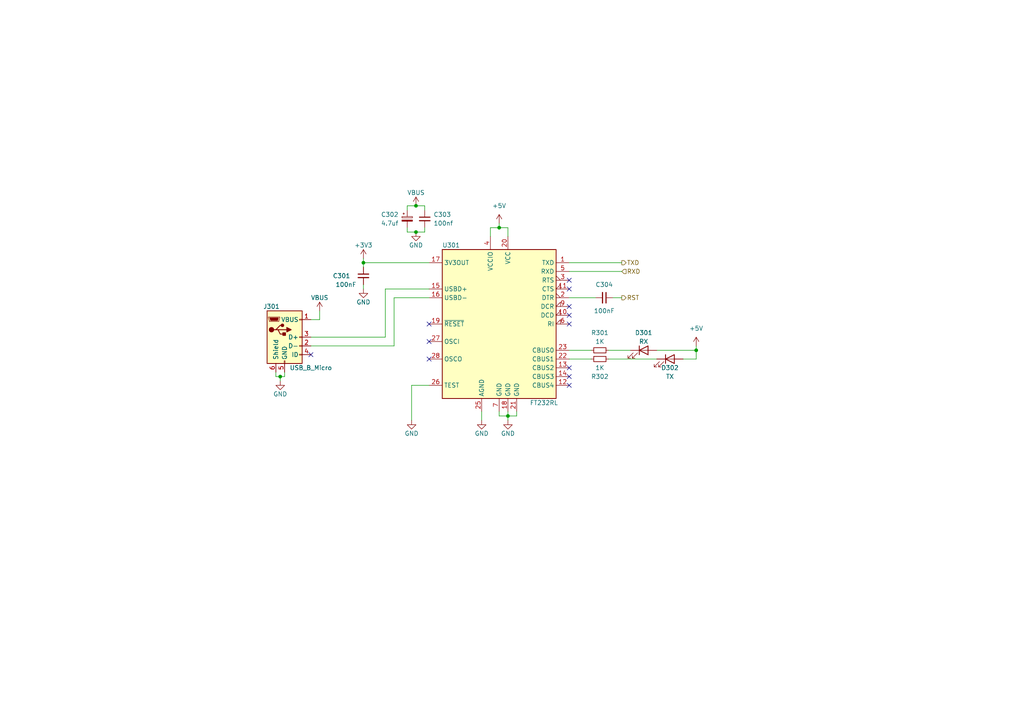
<source format=kicad_sch>
(kicad_sch (version 20211123) (generator eeschema)
  (paper "A4")
  (lib_symbols
    (symbol "Connector:USB_B_Micro" (pin_names (offset 1.016))
      (property "Reference" "J" (at -5.08 11.43 0))
      (property "Value" "USB_B_Micro" (at -5.08 8.89 0))
      (symbol "USB_B_Micro_0_1"
        (rectangle (start -5.08 -7.62) (end 5.08 7.62) (stroke (width 0.254)) (fill (type background)))
        (circle (center -3.81 2.159) (radius 0.635) (stroke (width 0.254)) (fill (type outline)))
        (circle (center -0.635 3.429) (radius 0.381) (stroke (width 0.254)) (fill (type outline)))
        (rectangle (start -0.127 -7.62) (end 0.127 -6.858))
        (polyline (pts (xy -1.905 2.159) (xy 0.635 2.159)) (stroke (width 0.254)))
        (polyline (pts (xy -3.175 2.159) (xy -2.54 2.159) (xy -1.27 3.429) (xy -0.635 3.429)) (stroke (width 0.254)))
        (polyline (pts (xy -2.54 2.159) (xy -1.905 2.159) (xy -1.27 0.889) (xy 0 0.889)) (stroke (width 0.254)))
        (polyline (pts (xy 0.635 2.794) (xy 0.635 1.524) (xy 1.905 2.159) (xy 0.635 2.794)) (stroke (width 0.254)) (fill (type outline)))
        (polyline (pts (xy -4.318 5.588) (xy -1.778 5.588) (xy -2.032 4.826) (xy -4.064 4.826) (xy -4.318 5.588)) (fill (type outline)))
        (polyline (pts (xy -4.699 5.842) (xy -4.699 5.588) (xy -4.445 4.826) (xy -4.445 4.572) (xy -1.651 4.572) (xy -1.651 4.826) (xy -1.397 5.588) (xy -1.397 5.842) (xy -4.699 5.842)))
        (rectangle (start 0.254 1.27) (end -0.508 0.508) (stroke (width 0.254)) (fill (type outline)))
        (rectangle (start 5.08 -5.207) (end 4.318 -4.953))
        (rectangle (start 5.08 -2.667) (end 4.318 -2.413))
        (rectangle (start 5.08 -0.127) (end 4.318 0.127))
        (rectangle (start 5.08 4.953) (end 4.318 5.207))
      )
      (symbol "USB_B_Micro_1_1"
        (pin power_out line (at 7.62 5.08 180) (length 2.54) (name "VBUS") (number "1"))
        (pin bidirectional line (at 7.62 -2.54 180) (length 2.54) (name "D-") (number "2"))
        (pin bidirectional line (at 7.62 0 180) (length 2.54) (name "D+") (number "3"))
        (pin passive line (at 7.62 -5.08 180) (length 2.54) (name "ID") (number "4"))
        (pin power_out line (at 0 -10.16 90) (length 2.54) (name "GND") (number "5"))
        (pin passive line (at -2.54 -10.16 90) (length 2.54) (name "Shield") (number "6"))
      )
    )
    (symbol "Device:C_Polarized_Small" (pin_numbers hide) (pin_names (offset 0.254) hide)
      (property "Reference" "C" (at 0.254 1.778 0))
      (property "Value" "C_Polarized_Small" (at 0.254 -2.032 0))
      (symbol "C_Polarized_Small_0_1"
        (rectangle (start -1.524 -0.3048) (end 1.524 -0.6858) (fill (type outline)))
        (rectangle (start -1.524 0.6858) (end 1.524 0.3048))
        (polyline (pts (xy -1.27 1.524) (xy -0.762 1.524)))
        (polyline (pts (xy -1.016 1.27) (xy -1.016 1.778)))
      )
      (symbol "C_Polarized_Small_1_1"
        (pin passive line (at 0 2.54 270) (length 1.8542) (name "~") (number "1"))
        (pin passive line (at 0 -2.54 90) (length 1.8542) (name "~") (number "2"))
      )
    )
    (symbol "Device:C_Small" (pin_numbers hide) (pin_names (offset 0.254) hide)
      (property "Reference" "C" (at 0.254 1.778 0))
      (property "Value" "C_Small" (at 0.254 -2.032 0))
      (symbol "C_Small_0_1"
        (polyline (pts (xy -1.524 -0.508) (xy 1.524 -0.508)) (stroke (width 0.3302)))
        (polyline (pts (xy -1.524 0.508) (xy 1.524 0.508)) (stroke (width 0.3048)))
      )
      (symbol "C_Small_1_1"
        (pin passive line (at 0 2.54 270) (length 2.032) (name "~") (number "1"))
        (pin passive line (at 0 -2.54 90) (length 2.032) (name "~") (number "2"))
      )
    )
    (symbol "Device:LED" (pin_numbers hide) (pin_names (offset 1.016) hide)
      (property "Reference" "D" (at 0 2.54 0))
      (property "Value" "LED" (at 0 -2.54 0))
      (symbol "LED_0_1"
        (polyline (pts (xy -1.27 -1.27) (xy -1.27 1.27)) (stroke (width 0.254)))
        (polyline (pts (xy -1.27 0) (xy 1.27 0)))
        (polyline (pts (xy 1.27 -1.27) (xy 1.27 1.27) (xy -1.27 0) (xy 1.27 -1.27)) (stroke (width 0.254)))
        (polyline (pts (xy -3.048 -0.762) (xy -4.572 -2.286) (xy -3.81 -2.286) (xy -4.572 -2.286) (xy -4.572 -1.524)))
        (polyline (pts (xy -1.778 -0.762) (xy -3.302 -2.286) (xy -2.54 -2.286) (xy -3.302 -2.286) (xy -3.302 -1.524)))
      )
      (symbol "LED_1_1"
        (pin passive line (at -3.81 0 0) (length 2.54) (name "K") (number "1"))
        (pin passive line (at 3.81 0 180) (length 2.54) (name "A") (number "2"))
      )
    )
    (symbol "Device:R_Small" (pin_numbers hide) (pin_names (offset 0.254) hide)
      (property "Reference" "R" (at 0.762 0.508 0))
      (property "Value" "R_Small" (at 0.762 -1.016 0))
      (symbol "R_Small_0_1"
        (rectangle (start -0.762 1.778) (end 0.762 -1.778) (stroke (width 0.2032)))
      )
      (symbol "R_Small_1_1"
        (pin passive line (at 0 2.54 270) (length 0.762) (name "~") (number "1"))
        (pin passive line (at 0 -2.54 90) (length 0.762) (name "~") (number "2"))
      )
    )
    (symbol "Interface_USB:FT232RL"
      (property "Reference" "U" (at -16.51 22.86 0))
      (property "Value" "FT232RL" (at 10.16 22.86 0))
      (symbol "FT232RL_0_1"
        (rectangle (start -16.51 21.59) (end 16.51 -21.59) (stroke (width 0.254)) (fill (type background)))
      )
      (symbol "FT232RL_1_1"
        (pin output line (at 20.32 17.78 180) (length 3.81) (name "TXD") (number "1"))
        (pin input input_low (at 20.32 2.54 180) (length 3.81) (name "DCD") (number "10"))
        (pin input input_low (at 20.32 10.16 180) (length 3.81) (name "CTS") (number "11"))
        (pin bidirectional line (at 20.32 -17.78 180) (length 3.81) (name "CBUS4") (number "12"))
        (pin bidirectional line (at 20.32 -12.7 180) (length 3.81) (name "CBUS2") (number "13"))
        (pin bidirectional line (at 20.32 -15.24 180) (length 3.81) (name "CBUS3") (number "14"))
        (pin bidirectional line (at -20.32 10.16 0) (length 3.81) (name "USBD+") (number "15"))
        (pin bidirectional line (at -20.32 7.62 0) (length 3.81) (name "USBD-") (number "16"))
        (pin power_out line (at -20.32 17.78 0) (length 3.81) (name "3V3OUT") (number "17"))
        (pin power_in line (at 2.54 -25.4 90) (length 3.81) (name "GND") (number "18"))
        (pin input line (at -20.32 0 0) (length 3.81) (name "~{RESET}") (number "19"))
        (pin output output_low (at 20.32 7.62 180) (length 3.81) (name "DTR") (number "2"))
        (pin power_in line (at 2.54 25.4 270) (length 3.81) (name "VCC") (number "20"))
        (pin power_in line (at 5.08 -25.4 90) (length 3.81) (name "GND") (number "21"))
        (pin bidirectional line (at 20.32 -10.16 180) (length 3.81) (name "CBUS1") (number "22"))
        (pin bidirectional line (at 20.32 -7.62 180) (length 3.81) (name "CBUS0") (number "23"))
        (pin power_in line (at -5.08 -25.4 90) (length 3.81) (name "AGND") (number "25"))
        (pin input line (at -20.32 -17.78 0) (length 3.81) (name "TEST") (number "26"))
        (pin input line (at -20.32 -5.08 0) (length 3.81) (name "OSCI") (number "27"))
        (pin output line (at -20.32 -10.16 0) (length 3.81) (name "OSCO") (number "28"))
        (pin output output_low (at 20.32 12.7 180) (length 3.81) (name "RTS") (number "3"))
        (pin power_in line (at -2.54 25.4 270) (length 3.81) (name "VCCIO") (number "4"))
        (pin input line (at 20.32 15.24 180) (length 3.81) (name "RXD") (number "5"))
        (pin input input_low (at 20.32 0 180) (length 3.81) (name "RI") (number "6"))
        (pin power_in line (at 0 -25.4 90) (length 3.81) (name "GND") (number "7"))
        (pin input input_low (at 20.32 5.08 180) (length 3.81) (name "DCR") (number "9"))
      )
    )
    (symbol "power:+3.3V" (power) (pin_names (offset 0))
      (property "Value" "+3.3V" (at 0 3.556 0))
      (symbol "+3.3V_0_1"
        (polyline (pts (xy -0.762 1.27) (xy 0 2.54)))
        (polyline (pts (xy 0 0) (xy 0 2.54)))
        (polyline (pts (xy 0 2.54) (xy 0.762 1.27)))
      )
      (symbol "+3.3V_1_1"
        (pin power_in line (at 0 0 90) (length 0) hide (name "+3V3") (number "1"))
      )
    )
    (symbol "power:+5V" (power) (pin_names (offset 0))
      (property "Value" "+5V" (at 0 3.556 0))
      (symbol "+5V_0_1"
        (polyline (pts (xy -0.762 1.27) (xy 0 2.54)))
        (polyline (pts (xy 0 0) (xy 0 2.54)))
        (polyline (pts (xy 0 2.54) (xy 0.762 1.27)))
      )
      (symbol "+5V_1_1"
        (pin power_in line (at 0 0 90) (length 0) hide (name "+5V") (number "1"))
      )
    )
    (symbol "power:GND" (power) (pin_names (offset 0))
      (property "Value" "GND" (at 0 -3.81 0))
      (symbol "GND_0_1"
        (polyline (pts (xy 0 0) (xy 0 -1.27) (xy 1.27 -1.27) (xy 0 -2.54) (xy -1.27 -1.27) (xy 0 -1.27)))
      )
      (symbol "GND_1_1"
        (pin power_in line (at 0 0 270) (length 0) hide (name "GND") (number "1"))
      )
    )
    (symbol "power:VBUS" (power) (pin_names (offset 0))
      (property "Value" "VBUS" (at 0 3.81 0))
      (symbol "VBUS_0_1"
        (polyline (pts (xy -0.762 1.27) (xy 0 2.54)))
        (polyline (pts (xy 0 0) (xy 0 2.54)))
        (polyline (pts (xy 0 2.54) (xy 0.762 1.27)))
      )
      (symbol "VBUS_1_1"
        (pin power_in line (at 0 0 90) (length 0) hide (name "VBUS") (number "1"))
      )
    )
  )
  (junction (at 105.41 76.2))
  (junction (at 81.28 109.22))
  (junction (at 120.65 59.69))
  (junction (at 201.93 101.6))
  (junction (at 147.32 120.65))
  (junction (at 120.65 67.31))
  (junction (at 144.78 66.04))
  (no_connect (at 90.17 102.87))
  (no_connect (at 124.46 104.14))
  (no_connect (at 124.46 93.98))
  (no_connect (at 165.1 106.68))
  (no_connect (at 165.1 83.82))
  (no_connect (at 165.1 93.98))
  (no_connect (at 165.1 81.28))
  (no_connect (at 165.1 91.44))
  (no_connect (at 165.1 109.22))
  (no_connect (at 165.1 88.9))
  (no_connect (at 165.1 111.76))
  (no_connect (at 124.46 99.06))
  (wire (pts (xy 118.11 59.69) (xy 120.65 59.69)))
  (wire (pts (xy 198.12 104.14) (xy 201.93 104.14)))
  (wire (pts (xy 144.78 66.04) (xy 142.24 66.04)))
  (wire (pts (xy 120.65 59.69) (xy 123.19 59.69)))
  (wire (pts (xy 201.93 104.14) (xy 201.93 101.6)))
  (wire (pts (xy 180.34 86.36) (xy 177.8 86.36)))
  (wire (pts (xy 123.19 67.31) (xy 120.65 67.31)))
  (wire (pts (xy 80.01 109.22) (xy 81.28 109.22)))
  (wire (pts (xy 81.28 109.22) (xy 81.28 110.49)))
  (wire (pts (xy 90.17 92.71) (xy 92.71 92.71)))
  (wire (pts (xy 147.32 120.65) (xy 147.32 121.92)))
  (wire (pts (xy 165.1 104.14) (xy 171.45 104.14)))
  (wire (pts (xy 201.93 101.6) (xy 190.5 101.6)))
  (wire (pts (xy 144.78 66.04) (xy 147.32 66.04)))
  (wire (pts (xy 82.55 107.95) (xy 82.55 109.22)))
  (wire (pts (xy 123.19 59.69) (xy 123.19 60.96)))
  (wire (pts (xy 201.93 100.33) (xy 201.93 101.6)))
  (wire (pts (xy 120.65 67.31) (xy 118.11 67.31)))
  (wire (pts (xy 105.41 82.55) (xy 105.41 83.82)))
  (wire (pts (xy 118.11 59.69) (xy 118.11 60.96)))
  (wire (pts (xy 165.1 101.6) (xy 171.45 101.6)))
  (wire (pts (xy 114.3 100.33) (xy 90.17 100.33)))
  (wire (pts (xy 147.32 119.38) (xy 147.32 120.65)))
  (wire (pts (xy 105.41 76.2) (xy 105.41 74.93)))
  (wire (pts (xy 149.86 119.38) (xy 149.86 120.65)))
  (wire (pts (xy 105.41 76.2) (xy 105.41 77.47)))
  (wire (pts (xy 180.34 78.74) (xy 165.1 78.74)))
  (wire (pts (xy 82.55 109.22) (xy 81.28 109.22)))
  (wire (pts (xy 114.3 86.36) (xy 114.3 100.33)))
  (wire (pts (xy 144.78 64.77) (xy 144.78 66.04)))
  (wire (pts (xy 111.76 83.82) (xy 124.46 83.82)))
  (wire (pts (xy 92.71 92.71) (xy 92.71 90.17)))
  (wire (pts (xy 139.7 119.38) (xy 139.7 121.92)))
  (wire (pts (xy 80.01 107.95) (xy 80.01 109.22)))
  (wire (pts (xy 144.78 120.65) (xy 147.32 120.65)))
  (wire (pts (xy 142.24 66.04) (xy 142.24 68.58)))
  (wire (pts (xy 124.46 86.36) (xy 114.3 86.36)))
  (wire (pts (xy 123.19 66.04) (xy 123.19 67.31)))
  (wire (pts (xy 144.78 119.38) (xy 144.78 120.65)))
  (wire (pts (xy 90.17 97.79) (xy 111.76 97.79)))
  (wire (pts (xy 118.11 67.31) (xy 118.11 66.04)))
  (wire (pts (xy 124.46 111.76) (xy 119.38 111.76)))
  (wire (pts (xy 105.41 76.2) (xy 124.46 76.2)))
  (wire (pts (xy 149.86 120.65) (xy 147.32 120.65)))
  (wire (pts (xy 165.1 86.36) (xy 172.72 86.36)))
  (wire (pts (xy 176.53 104.14) (xy 190.5 104.14)))
  (wire (pts (xy 180.34 76.2) (xy 165.1 76.2)))
  (wire (pts (xy 119.38 111.76) (xy 119.38 121.92)))
  (wire (pts (xy 176.53 101.6) (xy 182.88 101.6)))
  (wire (pts (xy 147.32 66.04) (xy 147.32 68.58)))
  (wire (pts (xy 111.76 97.79) (xy 111.76 83.82)))
  (hierarchical_label "RST" (shape output) (at 180.34 86.36 0))
  (hierarchical_label "TXD" (shape output) (at 180.34 76.2 0))
  (hierarchical_label "RXD" (shape input) (at 180.34 78.74 0))
  (symbol (lib_id "power:GND") (at 147.32 121.92 0) (unit 1)
    (property "Reference" "#PWR0110" (effects hide))
    (property "Value" "GND" (at 147.32 125.73 0))
  )
  (symbol (lib_id "power:+5V") (at 144.78 64.77 0) (unit 1)
    (property "Reference" "#PWR0109" (effects hide))
    (property "Value" "+5V" (at 144.78 59.69 0))
  )
  (symbol (lib_id "power:GND") (at 120.65 67.31 0) (unit 1)
    (property "Reference" "#PWR0119" (effects hide))
    (property "Value" "GND" (at 120.65 71.12 0))
  )
  (symbol (lib_id "power:VBUS") (at 92.71 90.17 0) (unit 1)
    (property "Reference" "#PWR0115" (effects hide))
    (property "Value" "VBUS" (at 92.71 86.36 0))
  )
  (symbol (lib_id "power:+5V") (at 201.93 100.33 0) (unit 1)
    (property "Reference" "#PWR0114" (effects hide))
    (property "Value" "+5V" (at 201.93 95.25 0))
  )
  (symbol (lib_id "Connector:USB_B_Micro") (at 82.55 97.79 0) (unit 1)
    (property "Reference" "J301" (at 78.74 88.9 0))
    (property "Value" "USB_B_Micro" (at 90.17 106.68 0))
    (property "Footprint" "Connector_USB:USB_Micro-AB_Molex_47590-0001" (effects hide))
  )
  (symbol (lib_id "Device:R_Small") (at 173.99 104.14 270) (unit 1)
    (property "Reference" "R302" (at 173.99 109.22 90))
    (property "Value" "1K" (at 173.99 106.68 90))
    (property "Footprint" "Resistor_SMD:R_0805_2012Metric" (effects hide))
  )
  (symbol (lib_id "power:VBUS") (at 120.65 59.69 0) (unit 1)
    (property "Reference" "#PWR0113" (effects hide))
    (property "Value" "VBUS" (at 120.65 55.88 0))
  )
  (symbol (lib_id "Device:C_Small") (at 105.41 80.01 0) (unit 1)
    (property "Reference" "C301" (at 99.06 80.01 0))
    (property "Value" "100nF" (at 100.33 82.55 0))
    (property "Footprint" "Capacitor_SMD:C_0805_2012Metric" (effects hide))
  )
  (symbol (lib_id "Device:LED") (at 194.31 104.14 0) (unit 1)
    (property "Reference" "D302" (at 194.31 106.68 0))
    (property "Value" "TX" (at 194.31 109.22 0))
    (property "Footprint" "LED_SMD:LED_0805_2012Metric" (effects hide))
  )
  (symbol (lib_id "power:GND") (at 105.41 83.82 0) (unit 1)
    (property "Reference" "#PWR0116" (effects hide))
    (property "Value" "GND" (at 105.41 87.63 0))
  )
  (symbol (lib_id "Device:R_Small") (at 173.99 101.6 90) (unit 1)
    (property "Reference" "R301" (at 173.99 96.52 90))
    (property "Value" "1K" (at 173.99 99.06 90))
    (property "Footprint" "Resistor_SMD:R_0805_2012Metric" (effects hide))
  )
  (symbol (lib_id "Interface_USB:FT232RL") (at 144.78 93.98 0) (unit 1)
    (property "Reference" "U301" (at 128.27 71.12 0) (effects (justify left)))
    (property "Value" "FT232RL" (at 153.67 116.84 0) (effects (justify left)))
    (property "Footprint" "Package_SO:SSOP-28_5.3x10.2mm_P0.65mm" (effects hide))
    (property "Datasheet" "https://www.ftdichip.com/Support/Documents/DataSheets/ICs/DS_FT232R.pdf" (effects hide))
  )
  (symbol (lib_id "Device:C_Small") (at 175.26 86.36 270) (unit 1)
    (property "Reference" "C304" (at 175.26 82.55 90))
    (property "Value" "100nF" (at 175.26 90.17 90))
    (property "Footprint" "Capacitor_SMD:C_0805_2012Metric" (effects hide))
  )
  (symbol (lib_id "power:GND") (at 139.7 121.92 0) (unit 1)
    (property "Reference" "#PWR0111" (effects hide))
    (property "Value" "GND" (at 139.7 125.73 0))
  )
  (symbol (lib_id "Device:C_Small") (at 123.19 63.5 0) (unit 1)
    (property "Reference" "C303" (at 125.73 62.23 0) (effects (justify left)))
    (property "Value" "100nf" (at 125.73 64.77 0) (effects (justify left)))
    (property "Footprint" "Capacitor_SMD:C_0805_2012Metric" (effects hide))
  )
  (symbol (lib_id "Device:C_Polarized_Small") (at 118.11 63.5 0) (unit 1)
    (property "Reference" "C302" (at 110.49 62.23 0) (effects (justify left)))
    (property "Value" "4.7uf" (at 110.49 64.77 0) (effects (justify left)))
    (property "Footprint" "Capacitor_SMD:CP_Elec_4x3" (effects hide))
  )
  (symbol (lib_id "power:+3.3V") (at 105.41 74.93 0) (unit 1)
    (property "Reference" "#PWR0118" (effects hide))
    (property "Value" "+3.3V" (at 105.41 71.12 0))
  )
  (symbol (lib_id "power:GND") (at 81.28 110.49 0) (unit 1)
    (property "Reference" "#PWR0117" (effects hide))
    (property "Value" "GND" (at 81.28 114.3 0))
  )
  (symbol (lib_id "power:GND") (at 119.38 121.92 0) (unit 1)
    (property "Reference" "#PWR0112" (effects hide))
    (property "Value" "GND" (at 119.38 125.73 0))
  )
  (symbol (lib_id "Device:LED") (at 186.69 101.6 0) (unit 1)
    (property "Reference" "D301" (at 186.69 96.52 0))
    (property "Value" "RX" (at 186.69 99.06 0))
    (property "Footprint" "LED_SMD:LED_0805_2012Metric" (effects hide))
  )
)
</source>
